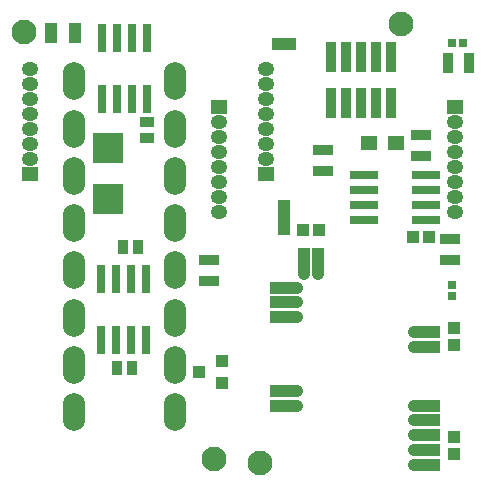
<source format=gts>
%FSLAX24Y24*%
%MOIN*%
G70*
G01*
G75*
G04 Layer_Color=8388736*
%ADD10C,0.0098*%
%ADD11C,0.0276*%
%ADD12R,0.0236X0.0886*%
%ADD13R,0.0299X0.0945*%
%ADD14R,0.0315X0.0354*%
%ADD15R,0.0886X0.0236*%
%ADD16R,0.0846X0.0335*%
%ADD17C,0.0335*%
%ADD18R,0.0335X0.0846*%
%ADD19R,0.0315X0.0630*%
%ADD20R,0.0394X0.0276*%
%ADD21R,0.0236X0.0197*%
%ADD22R,0.0197X0.0236*%
%ADD23R,0.0276X0.0394*%
%ADD24R,0.0354X0.0315*%
%ADD25R,0.0906X0.0906*%
%ADD26R,0.0492X0.0433*%
%ADD27R,0.0354X0.0315*%
%ADD28R,0.0591X0.0295*%
%ADD29R,0.0295X0.0591*%
%ADD30C,0.0079*%
%ADD31C,0.0118*%
%ADD32C,0.0138*%
%ADD33C,0.0197*%
%ADD34O,0.0472X0.0394*%
%ADD35R,0.0472X0.0394*%
%ADD36O,0.0669X0.1181*%
%ADD37C,0.0380*%
%ADD38R,0.2165X0.0827*%
%ADD39R,0.0118X0.0295*%
%ADD40R,0.0480X0.0358*%
%ADD41R,0.0358X0.0480*%
%ADD42R,0.0630X0.1063*%
%ADD43R,0.0906X0.0236*%
%ADD44R,0.0630X0.0315*%
%ADD45C,0.0236*%
%ADD46C,0.0100*%
%ADD47C,0.0394*%
%ADD48C,0.0039*%
%ADD49C,0.0061*%
%ADD50R,0.0246X0.0433*%
%ADD51R,0.0433X0.0246*%
%ADD52C,0.0827*%
%ADD53R,0.0316X0.0966*%
%ADD54R,0.0379X0.1025*%
%ADD55R,0.0395X0.0434*%
%ADD56R,0.0966X0.0316*%
%ADD57R,0.0926X0.0415*%
%ADD58C,0.0415*%
%ADD59R,0.0415X0.0926*%
%ADD60R,0.0395X0.0710*%
%ADD61R,0.0474X0.0356*%
%ADD62R,0.0316X0.0277*%
%ADD63R,0.0277X0.0316*%
%ADD64R,0.0356X0.0474*%
%ADD65R,0.0434X0.0395*%
%ADD66R,0.0986X0.0986*%
%ADD67R,0.0572X0.0513*%
%ADD68R,0.0434X0.0395*%
%ADD69R,0.0671X0.0375*%
%ADD70R,0.0375X0.0671*%
%ADD71O,0.0552X0.0474*%
%ADD72R,0.0552X0.0474*%
%ADD73O,0.0749X0.1261*%
D50*
X9247Y14646D02*
D03*
D51*
X9242Y8853D02*
D03*
D52*
X591Y15039D02*
D03*
X6929Y787D02*
D03*
X13150Y15315D02*
D03*
X8465Y669D02*
D03*
D53*
X4648Y6811D02*
D03*
X4148D02*
D03*
X3648D02*
D03*
X4648Y4764D02*
D03*
X4148D02*
D03*
X3648D02*
D03*
X3148D02*
D03*
Y6811D02*
D03*
X4687Y14843D02*
D03*
X4187D02*
D03*
X3687D02*
D03*
X4687Y12795D02*
D03*
X4187D02*
D03*
X3687D02*
D03*
X3187D02*
D03*
Y14843D02*
D03*
D54*
X12311Y14193D02*
D03*
Y12657D02*
D03*
X12811Y14193D02*
D03*
Y12657D02*
D03*
X11811Y14193D02*
D03*
Y12657D02*
D03*
X11311Y14193D02*
D03*
Y12657D02*
D03*
X10811Y14193D02*
D03*
Y12657D02*
D03*
D55*
X9055Y14646D02*
D03*
X9449D02*
D03*
X14094Y8189D02*
D03*
X13543D02*
D03*
X10433Y8425D02*
D03*
X9882D02*
D03*
D56*
X13976Y10278D02*
D03*
Y9278D02*
D03*
Y9778D02*
D03*
Y8778D02*
D03*
X11929Y10278D02*
D03*
Y9778D02*
D03*
Y9278D02*
D03*
Y8778D02*
D03*
D57*
X14006Y5039D02*
D03*
Y2579D02*
D03*
Y2087D02*
D03*
Y4547D02*
D03*
Y1594D02*
D03*
Y610D02*
D03*
Y1102D02*
D03*
X9262Y6516D02*
D03*
Y6024D02*
D03*
Y5531D02*
D03*
Y3071D02*
D03*
Y2579D02*
D03*
D58*
X13583Y5039D02*
D03*
X10404Y6959D02*
D03*
X13583Y4547D02*
D03*
Y2579D02*
D03*
Y2087D02*
D03*
Y1594D02*
D03*
Y1102D02*
D03*
Y610D02*
D03*
X9911Y6959D02*
D03*
X9685Y6516D02*
D03*
Y6024D02*
D03*
Y5531D02*
D03*
Y2579D02*
D03*
Y3071D02*
D03*
D59*
X10404Y7382D02*
D03*
X9911D02*
D03*
D60*
X2283Y15001D02*
D03*
X1496D02*
D03*
D61*
X4685Y12028D02*
D03*
Y11516D02*
D03*
D62*
X15236Y14685D02*
D03*
X14843D02*
D03*
D63*
Y6220D02*
D03*
Y6614D02*
D03*
D64*
X4201Y3819D02*
D03*
X3689D02*
D03*
X4390Y7874D02*
D03*
X3878D02*
D03*
D65*
X14921Y5157D02*
D03*
Y4606D02*
D03*
X14921Y1535D02*
D03*
Y984D02*
D03*
X9242Y8455D02*
D03*
Y8848D02*
D03*
X9242Y9242D02*
D03*
D66*
X3386Y11171D02*
D03*
Y9469D02*
D03*
D67*
X13002Y11319D02*
D03*
X12077D02*
D03*
D68*
X7205Y4075D02*
D03*
Y3327D02*
D03*
X6417Y3701D02*
D03*
D69*
X6772Y7431D02*
D03*
Y6742D02*
D03*
X14803Y8140D02*
D03*
Y7451D02*
D03*
X13819Y11604D02*
D03*
Y10915D02*
D03*
X10551Y11093D02*
D03*
Y10404D02*
D03*
D70*
X15423Y14016D02*
D03*
X14734D02*
D03*
D71*
X14961Y9023D02*
D03*
Y9523D02*
D03*
X14961Y12024D02*
D03*
Y11524D02*
D03*
Y11024D02*
D03*
Y10524D02*
D03*
Y10024D02*
D03*
X787Y13311D02*
D03*
Y12811D02*
D03*
Y12311D02*
D03*
Y11811D02*
D03*
Y11311D02*
D03*
Y10811D02*
D03*
X787Y13810D02*
D03*
X7087Y9524D02*
D03*
Y10024D02*
D03*
Y10524D02*
D03*
Y11024D02*
D03*
Y11524D02*
D03*
Y12024D02*
D03*
X7087Y9024D02*
D03*
X8661Y13812D02*
D03*
Y13312D02*
D03*
X8661Y10811D02*
D03*
Y11311D02*
D03*
Y11811D02*
D03*
Y12311D02*
D03*
Y12811D02*
D03*
D72*
X14961Y12524D02*
D03*
X787Y10311D02*
D03*
X7087Y12524D02*
D03*
X8661Y10311D02*
D03*
D73*
X2244Y13386D02*
D03*
Y11811D02*
D03*
Y10236D02*
D03*
Y8661D02*
D03*
Y5512D02*
D03*
Y7087D02*
D03*
Y3937D02*
D03*
Y2362D02*
D03*
X5630Y13386D02*
D03*
Y11811D02*
D03*
Y10236D02*
D03*
Y8661D02*
D03*
Y7087D02*
D03*
Y5512D02*
D03*
Y3937D02*
D03*
Y2362D02*
D03*
M02*

</source>
